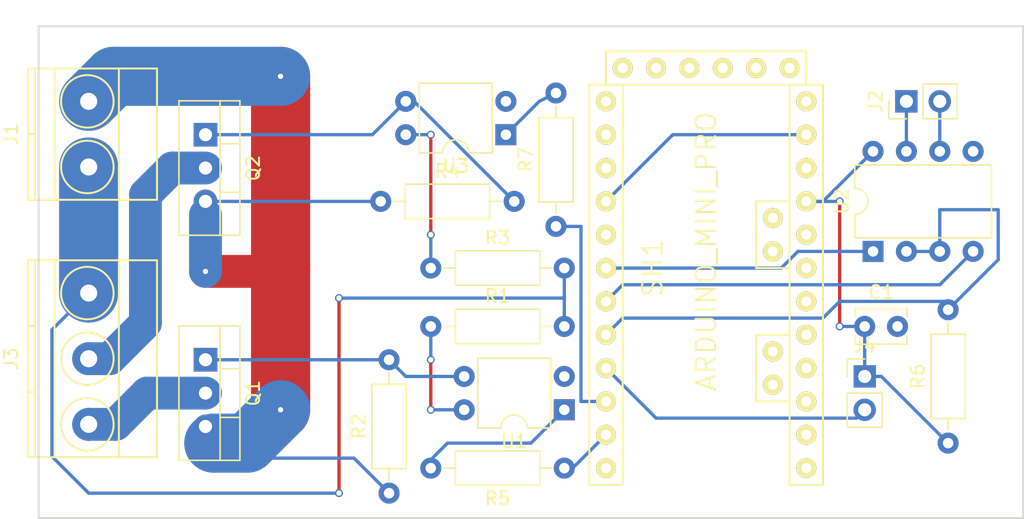
<source format=kicad_pcb>
(kicad_pcb (version 4) (host pcbnew 4.0.7)

  (general
    (links 36)
    (no_connects 4)
    (area 69.774999 85.649999 144.855001 123.265001)
    (thickness 1.6)
    (drawings 4)
    (tracks 100)
    (zones 0)
    (modules 18)
    (nets 46)
  )

  (page A4)
  (layers
    (0 F.Cu signal)
    (31 B.Cu signal)
    (32 B.Adhes user)
    (33 F.Adhes user)
    (34 B.Paste user)
    (35 F.Paste user)
    (36 B.SilkS user)
    (37 F.SilkS user)
    (38 B.Mask user)
    (39 F.Mask user)
    (40 Dwgs.User user)
    (41 Cmts.User user)
    (42 Eco1.User user)
    (43 Eco2.User user)
    (44 Edge.Cuts user)
    (45 Margin user)
    (46 B.CrtYd user)
    (47 F.CrtYd user)
    (48 B.Fab user)
    (49 F.Fab user)
  )

  (setup
    (last_trace_width 2.5)
    (user_trace_width 0.25)
    (user_trace_width 2.5)
    (user_trace_width 4.5)
    (trace_clearance 0.2)
    (zone_clearance 0.508)
    (zone_45_only no)
    (trace_min 0.2)
    (segment_width 0.2)
    (edge_width 0.15)
    (via_size 0.6)
    (via_drill 0.4)
    (via_min_size 0.4)
    (via_min_drill 0.3)
    (uvia_size 0.3)
    (uvia_drill 0.1)
    (uvias_allowed no)
    (uvia_min_size 0.2)
    (uvia_min_drill 0.1)
    (pcb_text_width 0.3)
    (pcb_text_size 1.5 1.5)
    (mod_edge_width 0.15)
    (mod_text_size 1 1)
    (mod_text_width 0.15)
    (pad_size 1.524 1.524)
    (pad_drill 0.762)
    (pad_to_mask_clearance 0.2)
    (aux_axis_origin 0 0)
    (visible_elements 7FFFFFFF)
    (pcbplotparams
      (layerselection 0x00030_80000001)
      (usegerberextensions false)
      (excludeedgelayer true)
      (linewidth 0.100000)
      (plotframeref false)
      (viasonmask false)
      (mode 1)
      (useauxorigin false)
      (hpglpennumber 1)
      (hpglpenspeed 20)
      (hpglpendiameter 15)
      (hpglpenoverlay 2)
      (psnegative false)
      (psa4output false)
      (plotreference true)
      (plotvalue true)
      (plotinvisibletext false)
      (padsonsilk false)
      (subtractmaskfromsilk false)
      (outputformat 1)
      (mirror false)
      (drillshape 1)
      (scaleselection 1)
      (outputdirectory ""))
  )

  (net 0 "")
  (net 1 +5V)
  (net 2 GND)
  (net 3 /GND12)
  (net 4 +12L)
  (net 5 "Net-(J2-Pad1)")
  (net 6 "Net-(J2-Pad2)")
  (net 7 /Load2)
  (net 8 /Load1)
  (net 9 /RELAY_CTRL)
  (net 10 "Net-(Q1-Pad1)")
  (net 11 "Net-(Q2-Pad1)")
  (net 12 "Net-(R1-Pad1)")
  (net 13 "Net-(R3-Pad1)")
  (net 14 "Net-(R5-Pad1)")
  (net 15 "Net-(R5-Pad2)")
  (net 16 "Net-(R6-Pad2)")
  (net 17 "Net-(R7-Pad1)")
  (net 18 "Net-(R7-Pad2)")
  (net 19 "Net-(SH1-PadGRN)")
  (net 20 "Net-(SH1-PadTX/1)")
  (net 21 "Net-(SH1-PadRX/1)")
  (net 22 "Net-(SH1-PadVCC1)")
  (net 23 "Net-(SH1-PadGND1)")
  (net 24 "Net-(SH1-PadBLK)")
  (net 25 "Net-(SH1-PadTX/2)")
  (net 26 "Net-(SH1-PadRX/2)")
  (net 27 "Net-(SH1-PadRST1)")
  (net 28 "Net-(SH1-Pad2)")
  (net 29 "Net-(SH1-Pad3)")
  (net 30 "Net-(SH1-Pad4)")
  (net 31 "Net-(SH1-Pad9)")
  (net 32 "Net-(SH1-PadRAW)")
  (net 33 "Net-(SH1-PadRST2)")
  (net 34 "Net-(SH1-PadA0)")
  (net 35 "Net-(SH1-PadA1)")
  (net 36 "Net-(SH1-PadA2)")
  (net 37 "Net-(SH1-PadA3)")
  (net 38 "Net-(SH1-Pad10)")
  (net 39 "Net-(SH1-Pad11)")
  (net 40 "Net-(SH1-Pad12)")
  (net 41 "Net-(SH1-Pad13)")
  (net 42 "Net-(SH1-PadA5)")
  (net 43 "Net-(SH1-PadA4)")
  (net 44 "Net-(SH1-PadA7)")
  (net 45 "Net-(SH1-PadA6)")

  (net_class Default "This is the default net class."
    (clearance 0.2)
    (trace_width 0.25)
    (via_dia 0.6)
    (via_drill 0.4)
    (uvia_dia 0.3)
    (uvia_drill 0.1)
    (add_net +12L)
    (add_net +5V)
    (add_net /GND12)
    (add_net /Load1)
    (add_net /Load2)
    (add_net /RELAY_CTRL)
    (add_net GND)
    (add_net "Net-(J2-Pad1)")
    (add_net "Net-(J2-Pad2)")
    (add_net "Net-(Q1-Pad1)")
    (add_net "Net-(Q2-Pad1)")
    (add_net "Net-(R1-Pad1)")
    (add_net "Net-(R3-Pad1)")
    (add_net "Net-(R5-Pad1)")
    (add_net "Net-(R5-Pad2)")
    (add_net "Net-(R6-Pad2)")
    (add_net "Net-(R7-Pad1)")
    (add_net "Net-(R7-Pad2)")
    (add_net "Net-(SH1-Pad10)")
    (add_net "Net-(SH1-Pad11)")
    (add_net "Net-(SH1-Pad12)")
    (add_net "Net-(SH1-Pad13)")
    (add_net "Net-(SH1-Pad2)")
    (add_net "Net-(SH1-Pad3)")
    (add_net "Net-(SH1-Pad4)")
    (add_net "Net-(SH1-Pad9)")
    (add_net "Net-(SH1-PadA0)")
    (add_net "Net-(SH1-PadA1)")
    (add_net "Net-(SH1-PadA2)")
    (add_net "Net-(SH1-PadA3)")
    (add_net "Net-(SH1-PadA4)")
    (add_net "Net-(SH1-PadA5)")
    (add_net "Net-(SH1-PadA6)")
    (add_net "Net-(SH1-PadA7)")
    (add_net "Net-(SH1-PadBLK)")
    (add_net "Net-(SH1-PadGND1)")
    (add_net "Net-(SH1-PadGRN)")
    (add_net "Net-(SH1-PadRAW)")
    (add_net "Net-(SH1-PadRST1)")
    (add_net "Net-(SH1-PadRST2)")
    (add_net "Net-(SH1-PadRX/1)")
    (add_net "Net-(SH1-PadRX/2)")
    (add_net "Net-(SH1-PadTX/1)")
    (add_net "Net-(SH1-PadTX/2)")
    (add_net "Net-(SH1-PadVCC1)")
  )

  (net_class power ""
    (clearance 0.2)
    (trace_width 3)
    (via_dia 0.6)
    (via_drill 0.4)
    (uvia_dia 0.3)
    (uvia_drill 0.1)
  )

  (module Capacitors_THT:C_Disc_D3.8mm_W2.6mm_P2.50mm (layer F.Cu) (tedit 597BC7C2) (tstamp 59AC269A)
    (at 132.715 108.585)
    (descr "C, Disc series, Radial, pin pitch=2.50mm, , diameter*width=3.8*2.6mm^2, Capacitor, http://www.vishay.com/docs/45233/krseries.pdf")
    (tags "C Disc series Radial pin pitch 2.50mm  diameter 3.8mm width 2.6mm Capacitor")
    (path /59AC15DC)
    (fp_text reference C1 (at 1.25 -2.61) (layer F.SilkS)
      (effects (font (size 1 1) (thickness 0.15)))
    )
    (fp_text value 0.1uF (at 1.25 2.61) (layer F.Fab)
      (effects (font (size 1 1) (thickness 0.15)))
    )
    (fp_line (start -0.65 -1.3) (end -0.65 1.3) (layer F.Fab) (width 0.1))
    (fp_line (start -0.65 1.3) (end 3.15 1.3) (layer F.Fab) (width 0.1))
    (fp_line (start 3.15 1.3) (end 3.15 -1.3) (layer F.Fab) (width 0.1))
    (fp_line (start 3.15 -1.3) (end -0.65 -1.3) (layer F.Fab) (width 0.1))
    (fp_line (start -0.71 -1.36) (end 3.21 -1.36) (layer F.SilkS) (width 0.12))
    (fp_line (start -0.71 1.36) (end 3.21 1.36) (layer F.SilkS) (width 0.12))
    (fp_line (start -0.71 -1.36) (end -0.71 -0.75) (layer F.SilkS) (width 0.12))
    (fp_line (start -0.71 0.75) (end -0.71 1.36) (layer F.SilkS) (width 0.12))
    (fp_line (start 3.21 -1.36) (end 3.21 -0.75) (layer F.SilkS) (width 0.12))
    (fp_line (start 3.21 0.75) (end 3.21 1.36) (layer F.SilkS) (width 0.12))
    (fp_line (start -1.05 -1.65) (end -1.05 1.65) (layer F.CrtYd) (width 0.05))
    (fp_line (start -1.05 1.65) (end 3.55 1.65) (layer F.CrtYd) (width 0.05))
    (fp_line (start 3.55 1.65) (end 3.55 -1.65) (layer F.CrtYd) (width 0.05))
    (fp_line (start 3.55 -1.65) (end -1.05 -1.65) (layer F.CrtYd) (width 0.05))
    (fp_text user %R (at 1.25 0) (layer F.Fab)
      (effects (font (size 1 1) (thickness 0.15)))
    )
    (pad 1 thru_hole circle (at 0 0) (size 1.6 1.6) (drill 0.8) (layers *.Cu *.Mask)
      (net 1 +5V))
    (pad 2 thru_hole circle (at 2.5 0) (size 1.6 1.6) (drill 0.8) (layers *.Cu *.Mask)
      (net 2 GND))
    (model ${KISYS3DMOD}/Capacitors_THT.3dshapes/C_Disc_D3.8mm_W2.6mm_P2.50mm.wrl
      (at (xyz 0 0 0))
      (scale (xyz 1 1 1))
      (rotate (xyz 0 0 0))
    )
  )

  (module Connectors_Terminal_Blocks:TerminalBlock_Pheonix_MKDS1.5-2pol locked (layer F.Cu) (tedit 563007E4) (tstamp 59AC26A0)
    (at 73.66 91.44 270)
    (descr "2-way 5mm pitch terminal block, Phoenix MKDS series")
    (path /59AC0541)
    (fp_text reference J1 (at 2.5 5.9 270) (layer F.SilkS)
      (effects (font (size 1 1) (thickness 0.15)))
    )
    (fp_text value Screw_Terminal_01x02 (at 2.5 -6.6 270) (layer F.Fab)
      (effects (font (size 1 1) (thickness 0.15)))
    )
    (fp_line (start -2.7 -5.4) (end 7.7 -5.4) (layer F.CrtYd) (width 0.05))
    (fp_line (start -2.7 4.8) (end -2.7 -5.4) (layer F.CrtYd) (width 0.05))
    (fp_line (start 7.7 4.8) (end -2.7 4.8) (layer F.CrtYd) (width 0.05))
    (fp_line (start 7.7 -5.4) (end 7.7 4.8) (layer F.CrtYd) (width 0.05))
    (fp_line (start 2.5 4.1) (end 2.5 4.6) (layer F.SilkS) (width 0.15))
    (fp_circle (center 5 0.1) (end 3 0.1) (layer F.SilkS) (width 0.15))
    (fp_circle (center 0 0.1) (end 2 0.1) (layer F.SilkS) (width 0.15))
    (fp_line (start -2.5 2.6) (end 7.5 2.6) (layer F.SilkS) (width 0.15))
    (fp_line (start -2.5 -2.3) (end 7.5 -2.3) (layer F.SilkS) (width 0.15))
    (fp_line (start -2.5 4.1) (end 7.5 4.1) (layer F.SilkS) (width 0.15))
    (fp_line (start -2.5 4.6) (end 7.5 4.6) (layer F.SilkS) (width 0.15))
    (fp_line (start 7.5 4.6) (end 7.5 -5.2) (layer F.SilkS) (width 0.15))
    (fp_line (start 7.5 -5.2) (end -2.5 -5.2) (layer F.SilkS) (width 0.15))
    (fp_line (start -2.5 -5.2) (end -2.5 4.6) (layer F.SilkS) (width 0.15))
    (pad 1 thru_hole rect (at 0 0 270) (size 2.5 2.5) (drill 1.3) (layers *.Cu *.Mask)
      (net 3 /GND12))
    (pad 2 thru_hole circle (at 5 0 270) (size 2.5 2.5) (drill 1.3) (layers *.Cu *.Mask)
      (net 4 +12L))
    (model Terminal_Blocks.3dshapes/TerminalBlock_Pheonix_MKDS1.5-2pol.wrl
      (at (xyz 0.0984 0 0))
      (scale (xyz 1 1 1))
      (rotate (xyz 0 0 0))
    )
  )

  (module Socket_Strips:Socket_Strip_Straight_1x02_Pitch2.54mm (layer F.Cu) (tedit 58CD5446) (tstamp 59AC26A6)
    (at 135.89 91.44 90)
    (descr "Through hole straight socket strip, 1x02, 2.54mm pitch, single row")
    (tags "Through hole socket strip THT 1x02 2.54mm single row")
    (path /59AC29FB)
    (fp_text reference J2 (at 0 -2.33 90) (layer F.SilkS)
      (effects (font (size 1 1) (thickness 0.15)))
    )
    (fp_text value Conn_01x02_Female (at 0 4.87 90) (layer F.Fab)
      (effects (font (size 1 1) (thickness 0.15)))
    )
    (fp_line (start -1.27 -1.27) (end -1.27 3.81) (layer F.Fab) (width 0.1))
    (fp_line (start -1.27 3.81) (end 1.27 3.81) (layer F.Fab) (width 0.1))
    (fp_line (start 1.27 3.81) (end 1.27 -1.27) (layer F.Fab) (width 0.1))
    (fp_line (start 1.27 -1.27) (end -1.27 -1.27) (layer F.Fab) (width 0.1))
    (fp_line (start -1.33 1.27) (end -1.33 3.87) (layer F.SilkS) (width 0.12))
    (fp_line (start -1.33 3.87) (end 1.33 3.87) (layer F.SilkS) (width 0.12))
    (fp_line (start 1.33 3.87) (end 1.33 1.27) (layer F.SilkS) (width 0.12))
    (fp_line (start 1.33 1.27) (end -1.33 1.27) (layer F.SilkS) (width 0.12))
    (fp_line (start -1.33 0) (end -1.33 -1.33) (layer F.SilkS) (width 0.12))
    (fp_line (start -1.33 -1.33) (end 0 -1.33) (layer F.SilkS) (width 0.12))
    (fp_line (start -1.8 -1.8) (end -1.8 4.35) (layer F.CrtYd) (width 0.05))
    (fp_line (start -1.8 4.35) (end 1.8 4.35) (layer F.CrtYd) (width 0.05))
    (fp_line (start 1.8 4.35) (end 1.8 -1.8) (layer F.CrtYd) (width 0.05))
    (fp_line (start 1.8 -1.8) (end -1.8 -1.8) (layer F.CrtYd) (width 0.05))
    (fp_text user %R (at 0 -2.33 90) (layer F.Fab)
      (effects (font (size 1 1) (thickness 0.15)))
    )
    (pad 1 thru_hole rect (at 0 0 90) (size 1.7 1.7) (drill 1) (layers *.Cu *.Mask)
      (net 5 "Net-(J2-Pad1)"))
    (pad 2 thru_hole oval (at 0 2.54 90) (size 1.7 1.7) (drill 1) (layers *.Cu *.Mask)
      (net 6 "Net-(J2-Pad2)"))
    (model ${KISYS3DMOD}/Socket_Strips.3dshapes/Socket_Strip_Straight_1x02_Pitch2.54mm.wrl
      (at (xyz 0 -0.05 0))
      (scale (xyz 1 1 1))
      (rotate (xyz 0 0 270))
    )
  )

  (module Connectors_Terminal_Blocks:TerminalBlock_Pheonix_MKDS1.5-3pol (layer F.Cu) (tedit 5630081E) (tstamp 59AC26AD)
    (at 73.66 106.045 270)
    (descr "3-way 5mm pitch terminal block, Phoenix MKDS series")
    (path /59AC05DF)
    (fp_text reference J3 (at 5 5.9 270) (layer F.SilkS)
      (effects (font (size 1 1) (thickness 0.15)))
    )
    (fp_text value Screw_Terminal_01x03 (at 5 -6.6 270) (layer F.Fab)
      (effects (font (size 1 1) (thickness 0.15)))
    )
    (fp_line (start -2.7 4.8) (end -2.7 -5.4) (layer F.CrtYd) (width 0.05))
    (fp_line (start 12.7 4.8) (end -2.7 4.8) (layer F.CrtYd) (width 0.05))
    (fp_line (start 12.7 -5.4) (end 12.7 4.8) (layer F.CrtYd) (width 0.05))
    (fp_line (start -2.7 -5.4) (end 12.7 -5.4) (layer F.CrtYd) (width 0.05))
    (fp_circle (center 10 0.1) (end 8 0.1) (layer F.SilkS) (width 0.15))
    (fp_line (start 7.5 4.1) (end 7.5 4.6) (layer F.SilkS) (width 0.15))
    (fp_line (start 2.5 4.1) (end 2.5 4.6) (layer F.SilkS) (width 0.15))
    (fp_circle (center 5 0.1) (end 3 0.1) (layer F.SilkS) (width 0.15))
    (fp_circle (center 0 0.1) (end 2 0.1) (layer F.SilkS) (width 0.15))
    (fp_line (start -2.5 2.6) (end 12.5 2.6) (layer F.SilkS) (width 0.15))
    (fp_line (start -2.5 -2.3) (end 12.5 -2.3) (layer F.SilkS) (width 0.15))
    (fp_line (start -2.5 4.1) (end 12.5 4.1) (layer F.SilkS) (width 0.15))
    (fp_line (start -2.5 4.6) (end 12.5 4.6) (layer F.SilkS) (width 0.15))
    (fp_line (start 12.5 4.6) (end 12.5 -5.2) (layer F.SilkS) (width 0.15))
    (fp_line (start 12.5 -5.2) (end -2.5 -5.2) (layer F.SilkS) (width 0.15))
    (fp_line (start -2.5 -5.2) (end -2.5 4.6) (layer F.SilkS) (width 0.15))
    (pad 3 thru_hole circle (at 10 0 270) (size 2.5 2.5) (drill 1.3) (layers *.Cu *.Mask)
      (net 7 /Load2))
    (pad 1 thru_hole rect (at 0 0 270) (size 2.5 2.5) (drill 1.3) (layers *.Cu *.Mask)
      (net 4 +12L))
    (pad 2 thru_hole circle (at 5 0 270) (size 2.5 2.5) (drill 1.3) (layers *.Cu *.Mask)
      (net 8 /Load1))
    (model Terminal_Blocks.3dshapes/TerminalBlock_Pheonix_MKDS1.5-3pol.wrl
      (at (xyz 0.1968 0 0))
      (scale (xyz 1 1 1))
      (rotate (xyz 0 0 0))
    )
  )

  (module Pin_Headers:Pin_Header_Straight_1x02_Pitch2.54mm (layer F.Cu) (tedit 59650532) (tstamp 59AC26B3)
    (at 132.715 112.395)
    (descr "Through hole straight pin header, 1x02, 2.54mm pitch, single row")
    (tags "Through hole pin header THT 1x02 2.54mm single row")
    (path /59AC75B0)
    (fp_text reference J4 (at 0 -2.33) (layer F.SilkS)
      (effects (font (size 1 1) (thickness 0.15)))
    )
    (fp_text value Conn_01x02_Male (at 0 4.87) (layer F.Fab)
      (effects (font (size 1 1) (thickness 0.15)))
    )
    (fp_line (start -0.635 -1.27) (end 1.27 -1.27) (layer F.Fab) (width 0.1))
    (fp_line (start 1.27 -1.27) (end 1.27 3.81) (layer F.Fab) (width 0.1))
    (fp_line (start 1.27 3.81) (end -1.27 3.81) (layer F.Fab) (width 0.1))
    (fp_line (start -1.27 3.81) (end -1.27 -0.635) (layer F.Fab) (width 0.1))
    (fp_line (start -1.27 -0.635) (end -0.635 -1.27) (layer F.Fab) (width 0.1))
    (fp_line (start -1.33 3.87) (end 1.33 3.87) (layer F.SilkS) (width 0.12))
    (fp_line (start -1.33 1.27) (end -1.33 3.87) (layer F.SilkS) (width 0.12))
    (fp_line (start 1.33 1.27) (end 1.33 3.87) (layer F.SilkS) (width 0.12))
    (fp_line (start -1.33 1.27) (end 1.33 1.27) (layer F.SilkS) (width 0.12))
    (fp_line (start -1.33 0) (end -1.33 -1.33) (layer F.SilkS) (width 0.12))
    (fp_line (start -1.33 -1.33) (end 0 -1.33) (layer F.SilkS) (width 0.12))
    (fp_line (start -1.8 -1.8) (end -1.8 4.35) (layer F.CrtYd) (width 0.05))
    (fp_line (start -1.8 4.35) (end 1.8 4.35) (layer F.CrtYd) (width 0.05))
    (fp_line (start 1.8 4.35) (end 1.8 -1.8) (layer F.CrtYd) (width 0.05))
    (fp_line (start 1.8 -1.8) (end -1.8 -1.8) (layer F.CrtYd) (width 0.05))
    (fp_text user %R (at 0 1.27 90) (layer F.Fab)
      (effects (font (size 1 1) (thickness 0.15)))
    )
    (pad 1 thru_hole rect (at 0 0) (size 1.7 1.7) (drill 1) (layers *.Cu *.Mask)
      (net 1 +5V))
    (pad 2 thru_hole oval (at 0 2.54) (size 1.7 1.7) (drill 1) (layers *.Cu *.Mask)
      (net 9 /RELAY_CTRL))
    (model ${KISYS3DMOD}/Pin_Headers.3dshapes/Pin_Header_Straight_1x02_Pitch2.54mm.wrl
      (at (xyz 0 0 0))
      (scale (xyz 1 1 1))
      (rotate (xyz 0 0 0))
    )
  )

  (module TO_SOT_Packages_THT:TO-220_Vertical (layer F.Cu) (tedit 58CE52AD) (tstamp 59AC26BA)
    (at 82.55 111.125 270)
    (descr "TO-220, Vertical, RM 2.54mm")
    (tags "TO-220 Vertical RM 2.54mm")
    (path /59AC11B3)
    (fp_text reference Q1 (at 2.54 -3.62 270) (layer F.SilkS)
      (effects (font (size 1 1) (thickness 0.15)))
    )
    (fp_text value FQP30N06L (at 2.54 3.92 270) (layer F.Fab)
      (effects (font (size 1 1) (thickness 0.15)))
    )
    (fp_text user %R (at 2.54 -3.62 270) (layer F.Fab)
      (effects (font (size 1 1) (thickness 0.15)))
    )
    (fp_line (start -2.46 -2.5) (end -2.46 1.9) (layer F.Fab) (width 0.1))
    (fp_line (start -2.46 1.9) (end 7.54 1.9) (layer F.Fab) (width 0.1))
    (fp_line (start 7.54 1.9) (end 7.54 -2.5) (layer F.Fab) (width 0.1))
    (fp_line (start 7.54 -2.5) (end -2.46 -2.5) (layer F.Fab) (width 0.1))
    (fp_line (start -2.46 -1.23) (end 7.54 -1.23) (layer F.Fab) (width 0.1))
    (fp_line (start 0.69 -2.5) (end 0.69 -1.23) (layer F.Fab) (width 0.1))
    (fp_line (start 4.39 -2.5) (end 4.39 -1.23) (layer F.Fab) (width 0.1))
    (fp_line (start -2.58 -2.62) (end 7.66 -2.62) (layer F.SilkS) (width 0.12))
    (fp_line (start -2.58 2.021) (end 7.66 2.021) (layer F.SilkS) (width 0.12))
    (fp_line (start -2.58 -2.62) (end -2.58 2.021) (layer F.SilkS) (width 0.12))
    (fp_line (start 7.66 -2.62) (end 7.66 2.021) (layer F.SilkS) (width 0.12))
    (fp_line (start -2.58 -1.11) (end 7.66 -1.11) (layer F.SilkS) (width 0.12))
    (fp_line (start 0.69 -2.62) (end 0.69 -1.11) (layer F.SilkS) (width 0.12))
    (fp_line (start 4.391 -2.62) (end 4.391 -1.11) (layer F.SilkS) (width 0.12))
    (fp_line (start -2.71 -2.75) (end -2.71 2.16) (layer F.CrtYd) (width 0.05))
    (fp_line (start -2.71 2.16) (end 7.79 2.16) (layer F.CrtYd) (width 0.05))
    (fp_line (start 7.79 2.16) (end 7.79 -2.75) (layer F.CrtYd) (width 0.05))
    (fp_line (start 7.79 -2.75) (end -2.71 -2.75) (layer F.CrtYd) (width 0.05))
    (pad 1 thru_hole rect (at 0 0 270) (size 1.8 1.8) (drill 1) (layers *.Cu *.Mask)
      (net 10 "Net-(Q1-Pad1)"))
    (pad 2 thru_hole oval (at 2.54 0 270) (size 1.8 1.8) (drill 1) (layers *.Cu *.Mask)
      (net 7 /Load2))
    (pad 3 thru_hole oval (at 5.08 0 270) (size 1.8 1.8) (drill 1) (layers *.Cu *.Mask)
      (net 3 /GND12))
    (model ${KISYS3DMOD}/TO_SOT_Packages_THT.3dshapes/TO-220_Vertical.wrl
      (at (xyz 0.1 0 0))
      (scale (xyz 0.393701 0.393701 0.393701))
      (rotate (xyz 0 0 0))
    )
  )

  (module TO_SOT_Packages_THT:TO-220_Vertical (layer F.Cu) (tedit 58CE52AD) (tstamp 59AC26C1)
    (at 82.55 93.98 270)
    (descr "TO-220, Vertical, RM 2.54mm")
    (tags "TO-220 Vertical RM 2.54mm")
    (path /59ABD06E)
    (fp_text reference Q2 (at 2.54 -3.62 270) (layer F.SilkS)
      (effects (font (size 1 1) (thickness 0.15)))
    )
    (fp_text value FQP30N06L (at 2.54 3.92 270) (layer F.Fab)
      (effects (font (size 1 1) (thickness 0.15)))
    )
    (fp_text user %R (at 2.54 -3.62 270) (layer F.Fab)
      (effects (font (size 1 1) (thickness 0.15)))
    )
    (fp_line (start -2.46 -2.5) (end -2.46 1.9) (layer F.Fab) (width 0.1))
    (fp_line (start -2.46 1.9) (end 7.54 1.9) (layer F.Fab) (width 0.1))
    (fp_line (start 7.54 1.9) (end 7.54 -2.5) (layer F.Fab) (width 0.1))
    (fp_line (start 7.54 -2.5) (end -2.46 -2.5) (layer F.Fab) (width 0.1))
    (fp_line (start -2.46 -1.23) (end 7.54 -1.23) (layer F.Fab) (width 0.1))
    (fp_line (start 0.69 -2.5) (end 0.69 -1.23) (layer F.Fab) (width 0.1))
    (fp_line (start 4.39 -2.5) (end 4.39 -1.23) (layer F.Fab) (width 0.1))
    (fp_line (start -2.58 -2.62) (end 7.66 -2.62) (layer F.SilkS) (width 0.12))
    (fp_line (start -2.58 2.021) (end 7.66 2.021) (layer F.SilkS) (width 0.12))
    (fp_line (start -2.58 -2.62) (end -2.58 2.021) (layer F.SilkS) (width 0.12))
    (fp_line (start 7.66 -2.62) (end 7.66 2.021) (layer F.SilkS) (width 0.12))
    (fp_line (start -2.58 -1.11) (end 7.66 -1.11) (layer F.SilkS) (width 0.12))
    (fp_line (start 0.69 -2.62) (end 0.69 -1.11) (layer F.SilkS) (width 0.12))
    (fp_line (start 4.391 -2.62) (end 4.391 -1.11) (layer F.SilkS) (width 0.12))
    (fp_line (start -2.71 -2.75) (end -2.71 2.16) (layer F.CrtYd) (width 0.05))
    (fp_line (start -2.71 2.16) (end 7.79 2.16) (layer F.CrtYd) (width 0.05))
    (fp_line (start 7.79 2.16) (end 7.79 -2.75) (layer F.CrtYd) (width 0.05))
    (fp_line (start 7.79 -2.75) (end -2.71 -2.75) (layer F.CrtYd) (width 0.05))
    (pad 1 thru_hole rect (at 0 0 270) (size 1.8 1.8) (drill 1) (layers *.Cu *.Mask)
      (net 11 "Net-(Q2-Pad1)"))
    (pad 2 thru_hole oval (at 2.54 0 270) (size 1.8 1.8) (drill 1) (layers *.Cu *.Mask)
      (net 8 /Load1))
    (pad 3 thru_hole oval (at 5.08 0 270) (size 1.8 1.8) (drill 1) (layers *.Cu *.Mask)
      (net 3 /GND12))
    (model ${KISYS3DMOD}/TO_SOT_Packages_THT.3dshapes/TO-220_Vertical.wrl
      (at (xyz 0.1 0 0))
      (scale (xyz 0.393701 0.393701 0.393701))
      (rotate (xyz 0 0 0))
    )
  )

  (module Resistors_THT:R_Axial_DIN0207_L6.3mm_D2.5mm_P10.16mm_Horizontal (layer F.Cu) (tedit 5874F706) (tstamp 59AC26C7)
    (at 99.695 108.585)
    (descr "Resistor, Axial_DIN0207 series, Axial, Horizontal, pin pitch=10.16mm, 0.25W = 1/4W, length*diameter=6.3*2.5mm^2, http://cdn-reichelt.de/documents/datenblatt/B400/1_4W%23YAG.pdf")
    (tags "Resistor Axial_DIN0207 series Axial Horizontal pin pitch 10.16mm 0.25W = 1/4W length 6.3mm diameter 2.5mm")
    (path /59AC11A0)
    (fp_text reference R1 (at 5.08 -2.31) (layer F.SilkS)
      (effects (font (size 1 1) (thickness 0.15)))
    )
    (fp_text value 1.6k (at 5.08 2.31) (layer F.Fab)
      (effects (font (size 1 1) (thickness 0.15)))
    )
    (fp_line (start 1.93 -1.25) (end 1.93 1.25) (layer F.Fab) (width 0.1))
    (fp_line (start 1.93 1.25) (end 8.23 1.25) (layer F.Fab) (width 0.1))
    (fp_line (start 8.23 1.25) (end 8.23 -1.25) (layer F.Fab) (width 0.1))
    (fp_line (start 8.23 -1.25) (end 1.93 -1.25) (layer F.Fab) (width 0.1))
    (fp_line (start 0 0) (end 1.93 0) (layer F.Fab) (width 0.1))
    (fp_line (start 10.16 0) (end 8.23 0) (layer F.Fab) (width 0.1))
    (fp_line (start 1.87 -1.31) (end 1.87 1.31) (layer F.SilkS) (width 0.12))
    (fp_line (start 1.87 1.31) (end 8.29 1.31) (layer F.SilkS) (width 0.12))
    (fp_line (start 8.29 1.31) (end 8.29 -1.31) (layer F.SilkS) (width 0.12))
    (fp_line (start 8.29 -1.31) (end 1.87 -1.31) (layer F.SilkS) (width 0.12))
    (fp_line (start 0.98 0) (end 1.87 0) (layer F.SilkS) (width 0.12))
    (fp_line (start 9.18 0) (end 8.29 0) (layer F.SilkS) (width 0.12))
    (fp_line (start -1.05 -1.6) (end -1.05 1.6) (layer F.CrtYd) (width 0.05))
    (fp_line (start -1.05 1.6) (end 11.25 1.6) (layer F.CrtYd) (width 0.05))
    (fp_line (start 11.25 1.6) (end 11.25 -1.6) (layer F.CrtYd) (width 0.05))
    (fp_line (start 11.25 -1.6) (end -1.05 -1.6) (layer F.CrtYd) (width 0.05))
    (pad 1 thru_hole circle (at 0 0) (size 1.6 1.6) (drill 0.8) (layers *.Cu *.Mask)
      (net 12 "Net-(R1-Pad1)"))
    (pad 2 thru_hole oval (at 10.16 0) (size 1.6 1.6) (drill 0.8) (layers *.Cu *.Mask)
      (net 4 +12L))
    (model ${KISYS3DMOD}/Resistors_THT.3dshapes/R_Axial_DIN0207_L6.3mm_D2.5mm_P10.16mm_Horizontal.wrl
      (at (xyz 0 0 0))
      (scale (xyz 0.393701 0.393701 0.393701))
      (rotate (xyz 0 0 0))
    )
  )

  (module Resistors_THT:R_Axial_DIN0207_L6.3mm_D2.5mm_P10.16mm_Horizontal (layer F.Cu) (tedit 5874F706) (tstamp 59AC26CD)
    (at 96.52 121.285 90)
    (descr "Resistor, Axial_DIN0207 series, Axial, Horizontal, pin pitch=10.16mm, 0.25W = 1/4W, length*diameter=6.3*2.5mm^2, http://cdn-reichelt.de/documents/datenblatt/B400/1_4W%23YAG.pdf")
    (tags "Resistor Axial_DIN0207 series Axial Horizontal pin pitch 10.16mm 0.25W = 1/4W length 6.3mm diameter 2.5mm")
    (path /59AC11BD)
    (fp_text reference R2 (at 5.08 -2.31 90) (layer F.SilkS)
      (effects (font (size 1 1) (thickness 0.15)))
    )
    (fp_text value 1k (at 5.08 2.31 90) (layer F.Fab)
      (effects (font (size 1 1) (thickness 0.15)))
    )
    (fp_line (start 1.93 -1.25) (end 1.93 1.25) (layer F.Fab) (width 0.1))
    (fp_line (start 1.93 1.25) (end 8.23 1.25) (layer F.Fab) (width 0.1))
    (fp_line (start 8.23 1.25) (end 8.23 -1.25) (layer F.Fab) (width 0.1))
    (fp_line (start 8.23 -1.25) (end 1.93 -1.25) (layer F.Fab) (width 0.1))
    (fp_line (start 0 0) (end 1.93 0) (layer F.Fab) (width 0.1))
    (fp_line (start 10.16 0) (end 8.23 0) (layer F.Fab) (width 0.1))
    (fp_line (start 1.87 -1.31) (end 1.87 1.31) (layer F.SilkS) (width 0.12))
    (fp_line (start 1.87 1.31) (end 8.29 1.31) (layer F.SilkS) (width 0.12))
    (fp_line (start 8.29 1.31) (end 8.29 -1.31) (layer F.SilkS) (width 0.12))
    (fp_line (start 8.29 -1.31) (end 1.87 -1.31) (layer F.SilkS) (width 0.12))
    (fp_line (start 0.98 0) (end 1.87 0) (layer F.SilkS) (width 0.12))
    (fp_line (start 9.18 0) (end 8.29 0) (layer F.SilkS) (width 0.12))
    (fp_line (start -1.05 -1.6) (end -1.05 1.6) (layer F.CrtYd) (width 0.05))
    (fp_line (start -1.05 1.6) (end 11.25 1.6) (layer F.CrtYd) (width 0.05))
    (fp_line (start 11.25 1.6) (end 11.25 -1.6) (layer F.CrtYd) (width 0.05))
    (fp_line (start 11.25 -1.6) (end -1.05 -1.6) (layer F.CrtYd) (width 0.05))
    (pad 1 thru_hole circle (at 0 0 90) (size 1.6 1.6) (drill 0.8) (layers *.Cu *.Mask)
      (net 3 /GND12))
    (pad 2 thru_hole oval (at 10.16 0 90) (size 1.6 1.6) (drill 0.8) (layers *.Cu *.Mask)
      (net 10 "Net-(Q1-Pad1)"))
    (model ${KISYS3DMOD}/Resistors_THT.3dshapes/R_Axial_DIN0207_L6.3mm_D2.5mm_P10.16mm_Horizontal.wrl
      (at (xyz 0 0 0))
      (scale (xyz 0.393701 0.393701 0.393701))
      (rotate (xyz 0 0 0))
    )
  )

  (module Resistors_THT:R_Axial_DIN0207_L6.3mm_D2.5mm_P10.16mm_Horizontal (layer F.Cu) (tedit 5874F706) (tstamp 59AC26D3)
    (at 99.695 104.14)
    (descr "Resistor, Axial_DIN0207 series, Axial, Horizontal, pin pitch=10.16mm, 0.25W = 1/4W, length*diameter=6.3*2.5mm^2, http://cdn-reichelt.de/documents/datenblatt/B400/1_4W%23YAG.pdf")
    (tags "Resistor Axial_DIN0207 series Axial Horizontal pin pitch 10.16mm 0.25W = 1/4W length 6.3mm diameter 2.5mm")
    (path /59ABCF95)
    (fp_text reference R3 (at 5.08 -2.31) (layer F.SilkS)
      (effects (font (size 1 1) (thickness 0.15)))
    )
    (fp_text value 1.6k (at 5.08 2.31) (layer F.Fab)
      (effects (font (size 1 1) (thickness 0.15)))
    )
    (fp_line (start 1.93 -1.25) (end 1.93 1.25) (layer F.Fab) (width 0.1))
    (fp_line (start 1.93 1.25) (end 8.23 1.25) (layer F.Fab) (width 0.1))
    (fp_line (start 8.23 1.25) (end 8.23 -1.25) (layer F.Fab) (width 0.1))
    (fp_line (start 8.23 -1.25) (end 1.93 -1.25) (layer F.Fab) (width 0.1))
    (fp_line (start 0 0) (end 1.93 0) (layer F.Fab) (width 0.1))
    (fp_line (start 10.16 0) (end 8.23 0) (layer F.Fab) (width 0.1))
    (fp_line (start 1.87 -1.31) (end 1.87 1.31) (layer F.SilkS) (width 0.12))
    (fp_line (start 1.87 1.31) (end 8.29 1.31) (layer F.SilkS) (width 0.12))
    (fp_line (start 8.29 1.31) (end 8.29 -1.31) (layer F.SilkS) (width 0.12))
    (fp_line (start 8.29 -1.31) (end 1.87 -1.31) (layer F.SilkS) (width 0.12))
    (fp_line (start 0.98 0) (end 1.87 0) (layer F.SilkS) (width 0.12))
    (fp_line (start 9.18 0) (end 8.29 0) (layer F.SilkS) (width 0.12))
    (fp_line (start -1.05 -1.6) (end -1.05 1.6) (layer F.CrtYd) (width 0.05))
    (fp_line (start -1.05 1.6) (end 11.25 1.6) (layer F.CrtYd) (width 0.05))
    (fp_line (start 11.25 1.6) (end 11.25 -1.6) (layer F.CrtYd) (width 0.05))
    (fp_line (start 11.25 -1.6) (end -1.05 -1.6) (layer F.CrtYd) (width 0.05))
    (pad 1 thru_hole circle (at 0 0) (size 1.6 1.6) (drill 0.8) (layers *.Cu *.Mask)
      (net 13 "Net-(R3-Pad1)"))
    (pad 2 thru_hole oval (at 10.16 0) (size 1.6 1.6) (drill 0.8) (layers *.Cu *.Mask)
      (net 4 +12L))
    (model ${KISYS3DMOD}/Resistors_THT.3dshapes/R_Axial_DIN0207_L6.3mm_D2.5mm_P10.16mm_Horizontal.wrl
      (at (xyz 0 0 0))
      (scale (xyz 0.393701 0.393701 0.393701))
      (rotate (xyz 0 0 0))
    )
  )

  (module Resistors_THT:R_Axial_DIN0207_L6.3mm_D2.5mm_P10.16mm_Horizontal (layer F.Cu) (tedit 5874F706) (tstamp 59AC26D9)
    (at 95.885 99.06)
    (descr "Resistor, Axial_DIN0207 series, Axial, Horizontal, pin pitch=10.16mm, 0.25W = 1/4W, length*diameter=6.3*2.5mm^2, http://cdn-reichelt.de/documents/datenblatt/B400/1_4W%23YAG.pdf")
    (tags "Resistor Axial_DIN0207 series Axial Horizontal pin pitch 10.16mm 0.25W = 1/4W length 6.3mm diameter 2.5mm")
    (path /59ABD1F6)
    (fp_text reference R4 (at 5.08 -2.31) (layer F.SilkS)
      (effects (font (size 1 1) (thickness 0.15)))
    )
    (fp_text value 1k (at 5.08 2.31) (layer F.Fab)
      (effects (font (size 1 1) (thickness 0.15)))
    )
    (fp_line (start 1.93 -1.25) (end 1.93 1.25) (layer F.Fab) (width 0.1))
    (fp_line (start 1.93 1.25) (end 8.23 1.25) (layer F.Fab) (width 0.1))
    (fp_line (start 8.23 1.25) (end 8.23 -1.25) (layer F.Fab) (width 0.1))
    (fp_line (start 8.23 -1.25) (end 1.93 -1.25) (layer F.Fab) (width 0.1))
    (fp_line (start 0 0) (end 1.93 0) (layer F.Fab) (width 0.1))
    (fp_line (start 10.16 0) (end 8.23 0) (layer F.Fab) (width 0.1))
    (fp_line (start 1.87 -1.31) (end 1.87 1.31) (layer F.SilkS) (width 0.12))
    (fp_line (start 1.87 1.31) (end 8.29 1.31) (layer F.SilkS) (width 0.12))
    (fp_line (start 8.29 1.31) (end 8.29 -1.31) (layer F.SilkS) (width 0.12))
    (fp_line (start 8.29 -1.31) (end 1.87 -1.31) (layer F.SilkS) (width 0.12))
    (fp_line (start 0.98 0) (end 1.87 0) (layer F.SilkS) (width 0.12))
    (fp_line (start 9.18 0) (end 8.29 0) (layer F.SilkS) (width 0.12))
    (fp_line (start -1.05 -1.6) (end -1.05 1.6) (layer F.CrtYd) (width 0.05))
    (fp_line (start -1.05 1.6) (end 11.25 1.6) (layer F.CrtYd) (width 0.05))
    (fp_line (start 11.25 1.6) (end 11.25 -1.6) (layer F.CrtYd) (width 0.05))
    (fp_line (start 11.25 -1.6) (end -1.05 -1.6) (layer F.CrtYd) (width 0.05))
    (pad 1 thru_hole circle (at 0 0) (size 1.6 1.6) (drill 0.8) (layers *.Cu *.Mask)
      (net 3 /GND12))
    (pad 2 thru_hole oval (at 10.16 0) (size 1.6 1.6) (drill 0.8) (layers *.Cu *.Mask)
      (net 11 "Net-(Q2-Pad1)"))
    (model ${KISYS3DMOD}/Resistors_THT.3dshapes/R_Axial_DIN0207_L6.3mm_D2.5mm_P10.16mm_Horizontal.wrl
      (at (xyz 0 0 0))
      (scale (xyz 0.393701 0.393701 0.393701))
      (rotate (xyz 0 0 0))
    )
  )

  (module Resistors_THT:R_Axial_DIN0207_L6.3mm_D2.5mm_P10.16mm_Horizontal (layer F.Cu) (tedit 5874F706) (tstamp 59AC26DF)
    (at 109.855 119.38 180)
    (descr "Resistor, Axial_DIN0207 series, Axial, Horizontal, pin pitch=10.16mm, 0.25W = 1/4W, length*diameter=6.3*2.5mm^2, http://cdn-reichelt.de/documents/datenblatt/B400/1_4W%23YAG.pdf")
    (tags "Resistor Axial_DIN0207 series Axial Horizontal pin pitch 10.16mm 0.25W = 1/4W length 6.3mm diameter 2.5mm")
    (path /59AC118A)
    (fp_text reference R5 (at 5.08 -2.31 180) (layer F.SilkS)
      (effects (font (size 1 1) (thickness 0.15)))
    )
    (fp_text value 270 (at 5.08 2.31 180) (layer F.Fab)
      (effects (font (size 1 1) (thickness 0.15)))
    )
    (fp_line (start 1.93 -1.25) (end 1.93 1.25) (layer F.Fab) (width 0.1))
    (fp_line (start 1.93 1.25) (end 8.23 1.25) (layer F.Fab) (width 0.1))
    (fp_line (start 8.23 1.25) (end 8.23 -1.25) (layer F.Fab) (width 0.1))
    (fp_line (start 8.23 -1.25) (end 1.93 -1.25) (layer F.Fab) (width 0.1))
    (fp_line (start 0 0) (end 1.93 0) (layer F.Fab) (width 0.1))
    (fp_line (start 10.16 0) (end 8.23 0) (layer F.Fab) (width 0.1))
    (fp_line (start 1.87 -1.31) (end 1.87 1.31) (layer F.SilkS) (width 0.12))
    (fp_line (start 1.87 1.31) (end 8.29 1.31) (layer F.SilkS) (width 0.12))
    (fp_line (start 8.29 1.31) (end 8.29 -1.31) (layer F.SilkS) (width 0.12))
    (fp_line (start 8.29 -1.31) (end 1.87 -1.31) (layer F.SilkS) (width 0.12))
    (fp_line (start 0.98 0) (end 1.87 0) (layer F.SilkS) (width 0.12))
    (fp_line (start 9.18 0) (end 8.29 0) (layer F.SilkS) (width 0.12))
    (fp_line (start -1.05 -1.6) (end -1.05 1.6) (layer F.CrtYd) (width 0.05))
    (fp_line (start -1.05 1.6) (end 11.25 1.6) (layer F.CrtYd) (width 0.05))
    (fp_line (start 11.25 1.6) (end 11.25 -1.6) (layer F.CrtYd) (width 0.05))
    (fp_line (start 11.25 -1.6) (end -1.05 -1.6) (layer F.CrtYd) (width 0.05))
    (pad 1 thru_hole circle (at 0 0 180) (size 1.6 1.6) (drill 0.8) (layers *.Cu *.Mask)
      (net 14 "Net-(R5-Pad1)"))
    (pad 2 thru_hole oval (at 10.16 0 180) (size 1.6 1.6) (drill 0.8) (layers *.Cu *.Mask)
      (net 15 "Net-(R5-Pad2)"))
    (model ${KISYS3DMOD}/Resistors_THT.3dshapes/R_Axial_DIN0207_L6.3mm_D2.5mm_P10.16mm_Horizontal.wrl
      (at (xyz 0 0 0))
      (scale (xyz 0.393701 0.393701 0.393701))
      (rotate (xyz 0 0 0))
    )
  )

  (module Resistors_THT:R_Axial_DIN0207_L6.3mm_D2.5mm_P10.16mm_Horizontal (layer F.Cu) (tedit 5874F706) (tstamp 59AC26E5)
    (at 139.065 117.475 90)
    (descr "Resistor, Axial_DIN0207 series, Axial, Horizontal, pin pitch=10.16mm, 0.25W = 1/4W, length*diameter=6.3*2.5mm^2, http://cdn-reichelt.de/documents/datenblatt/B400/1_4W%23YAG.pdf")
    (tags "Resistor Axial_DIN0207 series Axial Horizontal pin pitch 10.16mm 0.25W = 1/4W length 6.3mm diameter 2.5mm")
    (path /59AC26E8)
    (fp_text reference R6 (at 5.08 -2.31 90) (layer F.SilkS)
      (effects (font (size 1 1) (thickness 0.15)))
    )
    (fp_text value 4.7k (at 5.08 2.31 90) (layer F.Fab)
      (effects (font (size 1 1) (thickness 0.15)))
    )
    (fp_line (start 1.93 -1.25) (end 1.93 1.25) (layer F.Fab) (width 0.1))
    (fp_line (start 1.93 1.25) (end 8.23 1.25) (layer F.Fab) (width 0.1))
    (fp_line (start 8.23 1.25) (end 8.23 -1.25) (layer F.Fab) (width 0.1))
    (fp_line (start 8.23 -1.25) (end 1.93 -1.25) (layer F.Fab) (width 0.1))
    (fp_line (start 0 0) (end 1.93 0) (layer F.Fab) (width 0.1))
    (fp_line (start 10.16 0) (end 8.23 0) (layer F.Fab) (width 0.1))
    (fp_line (start 1.87 -1.31) (end 1.87 1.31) (layer F.SilkS) (width 0.12))
    (fp_line (start 1.87 1.31) (end 8.29 1.31) (layer F.SilkS) (width 0.12))
    (fp_line (start 8.29 1.31) (end 8.29 -1.31) (layer F.SilkS) (width 0.12))
    (fp_line (start 8.29 -1.31) (end 1.87 -1.31) (layer F.SilkS) (width 0.12))
    (fp_line (start 0.98 0) (end 1.87 0) (layer F.SilkS) (width 0.12))
    (fp_line (start 9.18 0) (end 8.29 0) (layer F.SilkS) (width 0.12))
    (fp_line (start -1.05 -1.6) (end -1.05 1.6) (layer F.CrtYd) (width 0.05))
    (fp_line (start -1.05 1.6) (end 11.25 1.6) (layer F.CrtYd) (width 0.05))
    (fp_line (start 11.25 1.6) (end 11.25 -1.6) (layer F.CrtYd) (width 0.05))
    (fp_line (start 11.25 -1.6) (end -1.05 -1.6) (layer F.CrtYd) (width 0.05))
    (pad 1 thru_hole circle (at 0 0 90) (size 1.6 1.6) (drill 0.8) (layers *.Cu *.Mask)
      (net 1 +5V))
    (pad 2 thru_hole oval (at 10.16 0 90) (size 1.6 1.6) (drill 0.8) (layers *.Cu *.Mask)
      (net 16 "Net-(R6-Pad2)"))
    (model ${KISYS3DMOD}/Resistors_THT.3dshapes/R_Axial_DIN0207_L6.3mm_D2.5mm_P10.16mm_Horizontal.wrl
      (at (xyz 0 0 0))
      (scale (xyz 0.393701 0.393701 0.393701))
      (rotate (xyz 0 0 0))
    )
  )

  (module Resistors_THT:R_Axial_DIN0207_L6.3mm_D2.5mm_P10.16mm_Horizontal (layer F.Cu) (tedit 5874F706) (tstamp 59AC26EB)
    (at 109.22 100.965 90)
    (descr "Resistor, Axial_DIN0207 series, Axial, Horizontal, pin pitch=10.16mm, 0.25W = 1/4W, length*diameter=6.3*2.5mm^2, http://cdn-reichelt.de/documents/datenblatt/B400/1_4W%23YAG.pdf")
    (tags "Resistor Axial_DIN0207 series Axial Horizontal pin pitch 10.16mm 0.25W = 1/4W length 6.3mm diameter 2.5mm")
    (path /59ABCD26)
    (fp_text reference R7 (at 5.08 -2.31 90) (layer F.SilkS)
      (effects (font (size 1 1) (thickness 0.15)))
    )
    (fp_text value 270 (at 5.08 2.31 90) (layer F.Fab)
      (effects (font (size 1 1) (thickness 0.15)))
    )
    (fp_line (start 1.93 -1.25) (end 1.93 1.25) (layer F.Fab) (width 0.1))
    (fp_line (start 1.93 1.25) (end 8.23 1.25) (layer F.Fab) (width 0.1))
    (fp_line (start 8.23 1.25) (end 8.23 -1.25) (layer F.Fab) (width 0.1))
    (fp_line (start 8.23 -1.25) (end 1.93 -1.25) (layer F.Fab) (width 0.1))
    (fp_line (start 0 0) (end 1.93 0) (layer F.Fab) (width 0.1))
    (fp_line (start 10.16 0) (end 8.23 0) (layer F.Fab) (width 0.1))
    (fp_line (start 1.87 -1.31) (end 1.87 1.31) (layer F.SilkS) (width 0.12))
    (fp_line (start 1.87 1.31) (end 8.29 1.31) (layer F.SilkS) (width 0.12))
    (fp_line (start 8.29 1.31) (end 8.29 -1.31) (layer F.SilkS) (width 0.12))
    (fp_line (start 8.29 -1.31) (end 1.87 -1.31) (layer F.SilkS) (width 0.12))
    (fp_line (start 0.98 0) (end 1.87 0) (layer F.SilkS) (width 0.12))
    (fp_line (start 9.18 0) (end 8.29 0) (layer F.SilkS) (width 0.12))
    (fp_line (start -1.05 -1.6) (end -1.05 1.6) (layer F.CrtYd) (width 0.05))
    (fp_line (start -1.05 1.6) (end 11.25 1.6) (layer F.CrtYd) (width 0.05))
    (fp_line (start 11.25 1.6) (end 11.25 -1.6) (layer F.CrtYd) (width 0.05))
    (fp_line (start 11.25 -1.6) (end -1.05 -1.6) (layer F.CrtYd) (width 0.05))
    (pad 1 thru_hole circle (at 0 0 90) (size 1.6 1.6) (drill 0.8) (layers *.Cu *.Mask)
      (net 17 "Net-(R7-Pad1)"))
    (pad 2 thru_hole oval (at 10.16 0 90) (size 1.6 1.6) (drill 0.8) (layers *.Cu *.Mask)
      (net 18 "Net-(R7-Pad2)"))
    (model ${KISYS3DMOD}/Resistors_THT.3dshapes/R_Axial_DIN0207_L6.3mm_D2.5mm_P10.16mm_Horizontal.wrl
      (at (xyz 0 0 0))
      (scale (xyz 0.393701 0.393701 0.393701))
      (rotate (xyz 0 0 0))
    )
  )

  (module SHIELD_ARDUINO:ARDUINO_MINI_PRO_V10 (layer F.Cu) (tedit 547AEBB5) (tstamp 59AC2711)
    (at 120.65 104.14)
    (path /59ABCC5A)
    (fp_text reference SH1 (at -4.064 0 90) (layer F.SilkS)
      (effects (font (size 1.5 1.5) (thickness 0.15)))
    )
    (fp_text value ARDUINO_MINI_PRO (at 0 -1.27 90) (layer F.SilkS)
      (effects (font (size 1.5 1.5) (thickness 0.15)))
    )
    (fp_line (start 6.35 5.08) (end 3.81 5.08) (layer F.SilkS) (width 0.15))
    (fp_line (start 3.81 5.08) (end 3.81 10.16) (layer F.SilkS) (width 0.15))
    (fp_line (start 3.81 10.16) (end 6.35 10.16) (layer F.SilkS) (width 0.15))
    (fp_line (start 6.35 -5.08) (end 3.81 -5.08) (layer F.SilkS) (width 0.15))
    (fp_line (start 3.81 -5.08) (end 3.81 0) (layer F.SilkS) (width 0.15))
    (fp_line (start 3.81 0) (end 6.35 0) (layer F.SilkS) (width 0.15))
    (fp_line (start 8.89 -13.97) (end 6.35 -13.97) (layer F.SilkS) (width 0.15))
    (fp_line (start -6.35 -13.97) (end -6.35 16.51) (layer F.SilkS) (width 0.15))
    (fp_line (start -6.35 16.51) (end -8.89 16.51) (layer F.SilkS) (width 0.15))
    (fp_line (start -8.89 16.51) (end -8.89 -13.97) (layer F.SilkS) (width 0.15))
    (fp_line (start -8.89 -13.97) (end -6.35 -13.97) (layer F.SilkS) (width 0.15))
    (fp_line (start 6.35 -13.97) (end 6.35 16.51) (layer F.SilkS) (width 0.15))
    (fp_line (start 6.35 16.51) (end 8.89 16.51) (layer F.SilkS) (width 0.15))
    (fp_line (start 8.89 16.51) (end 8.89 -13.97) (layer F.SilkS) (width 0.15))
    (fp_line (start -7.62 -16.51) (end 7.62 -16.51) (layer F.SilkS) (width 0.15))
    (fp_line (start 7.62 -16.51) (end 7.62 -13.97) (layer F.SilkS) (width 0.15))
    (fp_line (start 7.62 -13.97) (end -7.62 -13.97) (layer F.SilkS) (width 0.15))
    (fp_line (start -7.62 -13.97) (end -7.62 -16.51) (layer F.SilkS) (width 0.15))
    (pad GRN thru_hole circle (at -6.35 -15.24) (size 1.524 1.524) (drill 0.762) (layers *.Cu *.Mask F.SilkS)
      (net 19 "Net-(SH1-PadGRN)"))
    (pad TX/1 thru_hole circle (at -3.81 -15.24) (size 1.524 1.524) (drill 0.762) (layers *.Cu *.Mask F.SilkS)
      (net 20 "Net-(SH1-PadTX/1)"))
    (pad RX/1 thru_hole circle (at -1.27 -15.24) (size 1.524 1.524) (drill 0.762) (layers *.Cu *.Mask F.SilkS)
      (net 21 "Net-(SH1-PadRX/1)"))
    (pad VCC1 thru_hole circle (at 1.27 -15.24) (size 1.524 1.524) (drill 0.762) (layers *.Cu *.Mask F.SilkS)
      (net 22 "Net-(SH1-PadVCC1)"))
    (pad GND1 thru_hole circle (at 3.81 -15.24) (size 1.524 1.524) (drill 0.762) (layers *.Cu *.Mask F.SilkS)
      (net 23 "Net-(SH1-PadGND1)"))
    (pad BLK thru_hole circle (at 6.35 -15.24) (size 1.524 1.524) (drill 0.762) (layers *.Cu *.Mask F.SilkS)
      (net 24 "Net-(SH1-PadBLK)"))
    (pad TX/2 thru_hole circle (at -7.62 -12.7) (size 1.524 1.524) (drill 0.762) (layers *.Cu *.Mask F.SilkS)
      (net 25 "Net-(SH1-PadTX/2)"))
    (pad RX/2 thru_hole circle (at -7.62 -10.16) (size 1.524 1.524) (drill 0.762) (layers *.Cu *.Mask F.SilkS)
      (net 26 "Net-(SH1-PadRX/2)"))
    (pad RST1 thru_hole circle (at -7.62 -7.62) (size 1.524 1.524) (drill 0.762) (layers *.Cu *.Mask F.SilkS)
      (net 27 "Net-(SH1-PadRST1)"))
    (pad GND2 thru_hole circle (at -7.62 -5.08) (size 1.524 1.524) (drill 0.762) (layers *.Cu *.Mask F.SilkS)
      (net 2 GND))
    (pad 2 thru_hole circle (at -7.62 -2.54) (size 1.524 1.524) (drill 0.762) (layers *.Cu *.Mask F.SilkS)
      (net 28 "Net-(SH1-Pad2)"))
    (pad 3 thru_hole circle (at -7.62 0) (size 1.524 1.524) (drill 0.762) (layers *.Cu *.Mask F.SilkS)
      (net 29 "Net-(SH1-Pad3)"))
    (pad 4 thru_hole circle (at -7.62 2.54) (size 1.524 1.524) (drill 0.762) (layers *.Cu *.Mask F.SilkS)
      (net 30 "Net-(SH1-Pad4)"))
    (pad 5 thru_hole circle (at -7.62 5.08) (size 1.524 1.524) (drill 0.762) (layers *.Cu *.Mask F.SilkS)
      (net 16 "Net-(R6-Pad2)"))
    (pad 6 thru_hole circle (at -7.62 7.62) (size 1.524 1.524) (drill 0.762) (layers *.Cu *.Mask F.SilkS)
      (net 9 /RELAY_CTRL))
    (pad 7 thru_hole circle (at -7.62 10.16) (size 1.524 1.524) (drill 0.762) (layers *.Cu *.Mask F.SilkS)
      (net 17 "Net-(R7-Pad1)"))
    (pad 8 thru_hole circle (at -7.62 12.7) (size 1.524 1.524) (drill 0.762) (layers *.Cu *.Mask F.SilkS)
      (net 14 "Net-(R5-Pad1)"))
    (pad 9 thru_hole circle (at -7.62 15.24) (size 1.524 1.524) (drill 0.762) (layers *.Cu *.Mask F.SilkS)
      (net 31 "Net-(SH1-Pad9)"))
    (pad RAW thru_hole circle (at 7.62 -12.7) (size 1.524 1.524) (drill 0.762) (layers *.Cu *.Mask F.SilkS)
      (net 32 "Net-(SH1-PadRAW)"))
    (pad GND3 thru_hole circle (at 7.62 -10.16) (size 1.524 1.524) (drill 0.762) (layers *.Cu *.Mask F.SilkS)
      (net 2 GND))
    (pad RST2 thru_hole circle (at 7.62 -7.62) (size 1.524 1.524) (drill 0.762) (layers *.Cu *.Mask F.SilkS)
      (net 33 "Net-(SH1-PadRST2)"))
    (pad VCC2 thru_hole circle (at 7.62 -5.08) (size 1.524 1.524) (drill 0.762) (layers *.Cu *.Mask F.SilkS)
      (net 1 +5V))
    (pad A0 thru_hole circle (at 7.62 5.08) (size 1.524 1.524) (drill 0.762) (layers *.Cu *.Mask F.SilkS)
      (net 34 "Net-(SH1-PadA0)"))
    (pad A1 thru_hole circle (at 7.62 2.54) (size 1.524 1.524) (drill 0.762) (layers *.Cu *.Mask F.SilkS)
      (net 35 "Net-(SH1-PadA1)"))
    (pad A2 thru_hole circle (at 7.62 0) (size 1.524 1.524) (drill 0.762) (layers *.Cu *.Mask F.SilkS)
      (net 36 "Net-(SH1-PadA2)"))
    (pad A3 thru_hole circle (at 7.62 -2.54) (size 1.524 1.524) (drill 0.762) (layers *.Cu *.Mask F.SilkS)
      (net 37 "Net-(SH1-PadA3)"))
    (pad 10 thru_hole circle (at 7.62 15.24) (size 1.524 1.524) (drill 0.762) (layers *.Cu *.Mask F.SilkS)
      (net 38 "Net-(SH1-Pad10)"))
    (pad 11 thru_hole circle (at 7.62 12.7) (size 1.524 1.524) (drill 0.762) (layers *.Cu *.Mask F.SilkS)
      (net 39 "Net-(SH1-Pad11)"))
    (pad 12 thru_hole circle (at 7.62 10.16) (size 1.524 1.524) (drill 0.762) (layers *.Cu *.Mask F.SilkS)
      (net 40 "Net-(SH1-Pad12)"))
    (pad 13 thru_hole circle (at 7.62 7.62) (size 1.524 1.524) (drill 0.762) (layers *.Cu *.Mask F.SilkS)
      (net 41 "Net-(SH1-Pad13)"))
    (pad A5 thru_hole circle (at 5.08 -3.81) (size 1.524 1.524) (drill 0.762) (layers *.Cu *.Mask F.SilkS)
      (net 42 "Net-(SH1-PadA5)"))
    (pad A4 thru_hole circle (at 5.08 -1.27) (size 1.524 1.524) (drill 0.762) (layers *.Cu *.Mask F.SilkS)
      (net 43 "Net-(SH1-PadA4)"))
    (pad A7 thru_hole circle (at 5.08 6.35) (size 1.524 1.524) (drill 0.762) (layers *.Cu *.Mask F.SilkS)
      (net 44 "Net-(SH1-PadA7)"))
    (pad A6 thru_hole circle (at 5.08 8.89) (size 1.524 1.524) (drill 0.762) (layers *.Cu *.Mask F.SilkS)
      (net 45 "Net-(SH1-PadA6)"))
  )

  (module Housings_DIP:DIP-4_W7.62mm (layer F.Cu) (tedit 58CC8E31) (tstamp 59AC2719)
    (at 109.855 114.935 180)
    (descr "4-lead dip package, row spacing 7.62 mm (300 mils)")
    (tags "DIL DIP PDIP 2.54mm 7.62mm 300mil")
    (path /59AC1191)
    (fp_text reference U1 (at 3.81 -2.39 180) (layer F.SilkS)
      (effects (font (size 1 1) (thickness 0.15)))
    )
    (fp_text value PC817 (at 3.81 4.93 180) (layer F.Fab)
      (effects (font (size 1 1) (thickness 0.15)))
    )
    (fp_text user %R (at 3.81 1.27 180) (layer F.Fab)
      (effects (font (size 1 1) (thickness 0.15)))
    )
    (fp_line (start 1.635 -1.27) (end 6.985 -1.27) (layer F.Fab) (width 0.1))
    (fp_line (start 6.985 -1.27) (end 6.985 3.81) (layer F.Fab) (width 0.1))
    (fp_line (start 6.985 3.81) (end 0.635 3.81) (layer F.Fab) (width 0.1))
    (fp_line (start 0.635 3.81) (end 0.635 -0.27) (layer F.Fab) (width 0.1))
    (fp_line (start 0.635 -0.27) (end 1.635 -1.27) (layer F.Fab) (width 0.1))
    (fp_line (start 2.81 -1.39) (end 1.04 -1.39) (layer F.SilkS) (width 0.12))
    (fp_line (start 1.04 -1.39) (end 1.04 3.93) (layer F.SilkS) (width 0.12))
    (fp_line (start 1.04 3.93) (end 6.58 3.93) (layer F.SilkS) (width 0.12))
    (fp_line (start 6.58 3.93) (end 6.58 -1.39) (layer F.SilkS) (width 0.12))
    (fp_line (start 6.58 -1.39) (end 4.81 -1.39) (layer F.SilkS) (width 0.12))
    (fp_line (start -1.1 -1.6) (end -1.1 4.1) (layer F.CrtYd) (width 0.05))
    (fp_line (start -1.1 4.1) (end 8.7 4.1) (layer F.CrtYd) (width 0.05))
    (fp_line (start 8.7 4.1) (end 8.7 -1.6) (layer F.CrtYd) (width 0.05))
    (fp_line (start 8.7 -1.6) (end -1.1 -1.6) (layer F.CrtYd) (width 0.05))
    (fp_arc (start 3.81 -1.39) (end 2.81 -1.39) (angle -180) (layer F.SilkS) (width 0.12))
    (pad 1 thru_hole rect (at 0 0 180) (size 1.6 1.6) (drill 0.8) (layers *.Cu *.Mask)
      (net 15 "Net-(R5-Pad2)"))
    (pad 3 thru_hole oval (at 7.62 2.54 180) (size 1.6 1.6) (drill 0.8) (layers *.Cu *.Mask)
      (net 10 "Net-(Q1-Pad1)"))
    (pad 2 thru_hole oval (at 0 2.54 180) (size 1.6 1.6) (drill 0.8) (layers *.Cu *.Mask)
      (net 2 GND))
    (pad 4 thru_hole oval (at 7.62 0 180) (size 1.6 1.6) (drill 0.8) (layers *.Cu *.Mask)
      (net 12 "Net-(R1-Pad1)"))
    (model ${KISYS3DMOD}/Housings_DIP.3dshapes/DIP-4_W7.62mm.wrl
      (at (xyz 0 0 0))
      (scale (xyz 1 1 1))
      (rotate (xyz 0 0 0))
    )
  )

  (module Housings_DIP:DIP-8_W7.62mm (layer F.Cu) (tedit 58CC8E33) (tstamp 59AC2725)
    (at 133.35 102.87 90)
    (descr "8-lead dip package, row spacing 7.62 mm (300 mils)")
    (tags "DIL DIP PDIP 2.54mm 7.62mm 300mil")
    (path /59AC12B1)
    (fp_text reference U2 (at 3.81 -2.39 90) (layer F.SilkS)
      (effects (font (size 1 1) (thickness 0.15)))
    )
    (fp_text value MAX485E (at 3.81 10.01 90) (layer F.Fab)
      (effects (font (size 1 1) (thickness 0.15)))
    )
    (fp_text user %R (at 3.81 3.81 90) (layer F.Fab)
      (effects (font (size 1 1) (thickness 0.15)))
    )
    (fp_line (start 1.635 -1.27) (end 6.985 -1.27) (layer F.Fab) (width 0.1))
    (fp_line (start 6.985 -1.27) (end 6.985 8.89) (layer F.Fab) (width 0.1))
    (fp_line (start 6.985 8.89) (end 0.635 8.89) (layer F.Fab) (width 0.1))
    (fp_line (start 0.635 8.89) (end 0.635 -0.27) (layer F.Fab) (width 0.1))
    (fp_line (start 0.635 -0.27) (end 1.635 -1.27) (layer F.Fab) (width 0.1))
    (fp_line (start 2.81 -1.39) (end 1.04 -1.39) (layer F.SilkS) (width 0.12))
    (fp_line (start 1.04 -1.39) (end 1.04 9.01) (layer F.SilkS) (width 0.12))
    (fp_line (start 1.04 9.01) (end 6.58 9.01) (layer F.SilkS) (width 0.12))
    (fp_line (start 6.58 9.01) (end 6.58 -1.39) (layer F.SilkS) (width 0.12))
    (fp_line (start 6.58 -1.39) (end 4.81 -1.39) (layer F.SilkS) (width 0.12))
    (fp_line (start -1.1 -1.6) (end -1.1 9.2) (layer F.CrtYd) (width 0.05))
    (fp_line (start -1.1 9.2) (end 8.7 9.2) (layer F.CrtYd) (width 0.05))
    (fp_line (start 8.7 9.2) (end 8.7 -1.6) (layer F.CrtYd) (width 0.05))
    (fp_line (start 8.7 -1.6) (end -1.1 -1.6) (layer F.CrtYd) (width 0.05))
    (fp_arc (start 3.81 -1.39) (end 2.81 -1.39) (angle -180) (layer F.SilkS) (width 0.12))
    (pad 1 thru_hole rect (at 0 0 90) (size 1.6 1.6) (drill 0.8) (layers *.Cu *.Mask)
      (net 29 "Net-(SH1-Pad3)"))
    (pad 5 thru_hole oval (at 7.62 7.62 90) (size 1.6 1.6) (drill 0.8) (layers *.Cu *.Mask)
      (net 2 GND))
    (pad 2 thru_hole oval (at 0 2.54 90) (size 1.6 1.6) (drill 0.8) (layers *.Cu *.Mask)
      (net 16 "Net-(R6-Pad2)"))
    (pad 6 thru_hole oval (at 7.62 5.08 90) (size 1.6 1.6) (drill 0.8) (layers *.Cu *.Mask)
      (net 6 "Net-(J2-Pad2)"))
    (pad 3 thru_hole oval (at 0 5.08 90) (size 1.6 1.6) (drill 0.8) (layers *.Cu *.Mask)
      (net 16 "Net-(R6-Pad2)"))
    (pad 7 thru_hole oval (at 7.62 2.54 90) (size 1.6 1.6) (drill 0.8) (layers *.Cu *.Mask)
      (net 5 "Net-(J2-Pad1)"))
    (pad 4 thru_hole oval (at 0 7.62 90) (size 1.6 1.6) (drill 0.8) (layers *.Cu *.Mask)
      (net 30 "Net-(SH1-Pad4)"))
    (pad 8 thru_hole oval (at 7.62 0 90) (size 1.6 1.6) (drill 0.8) (layers *.Cu *.Mask)
      (net 1 +5V))
    (model ${KISYS3DMOD}/Housings_DIP.3dshapes/DIP-8_W7.62mm.wrl
      (at (xyz 0 0 0))
      (scale (xyz 1 1 1))
      (rotate (xyz 0 0 0))
    )
  )

  (module Housings_DIP:DIP-4_W7.62mm (layer F.Cu) (tedit 58CC8E31) (tstamp 59AC272D)
    (at 105.41 93.98 180)
    (descr "4-lead dip package, row spacing 7.62 mm (300 mils)")
    (tags "DIL DIP PDIP 2.54mm 7.62mm 300mil")
    (path /59ABCDC2)
    (fp_text reference U3 (at 3.81 -2.39 180) (layer F.SilkS)
      (effects (font (size 1 1) (thickness 0.15)))
    )
    (fp_text value PC817 (at 3.81 4.93 180) (layer F.Fab)
      (effects (font (size 1 1) (thickness 0.15)))
    )
    (fp_text user %R (at 3.81 1.27 180) (layer F.Fab)
      (effects (font (size 1 1) (thickness 0.15)))
    )
    (fp_line (start 1.635 -1.27) (end 6.985 -1.27) (layer F.Fab) (width 0.1))
    (fp_line (start 6.985 -1.27) (end 6.985 3.81) (layer F.Fab) (width 0.1))
    (fp_line (start 6.985 3.81) (end 0.635 3.81) (layer F.Fab) (width 0.1))
    (fp_line (start 0.635 3.81) (end 0.635 -0.27) (layer F.Fab) (width 0.1))
    (fp_line (start 0.635 -0.27) (end 1.635 -1.27) (layer F.Fab) (width 0.1))
    (fp_line (start 2.81 -1.39) (end 1.04 -1.39) (layer F.SilkS) (width 0.12))
    (fp_line (start 1.04 -1.39) (end 1.04 3.93) (layer F.SilkS) (width 0.12))
    (fp_line (start 1.04 3.93) (end 6.58 3.93) (layer F.SilkS) (width 0.12))
    (fp_line (start 6.58 3.93) (end 6.58 -1.39) (layer F.SilkS) (width 0.12))
    (fp_line (start 6.58 -1.39) (end 4.81 -1.39) (layer F.SilkS) (width 0.12))
    (fp_line (start -1.1 -1.6) (end -1.1 4.1) (layer F.CrtYd) (width 0.05))
    (fp_line (start -1.1 4.1) (end 8.7 4.1) (layer F.CrtYd) (width 0.05))
    (fp_line (start 8.7 4.1) (end 8.7 -1.6) (layer F.CrtYd) (width 0.05))
    (fp_line (start 8.7 -1.6) (end -1.1 -1.6) (layer F.CrtYd) (width 0.05))
    (fp_arc (start 3.81 -1.39) (end 2.81 -1.39) (angle -180) (layer F.SilkS) (width 0.12))
    (pad 1 thru_hole rect (at 0 0 180) (size 1.6 1.6) (drill 0.8) (layers *.Cu *.Mask)
      (net 18 "Net-(R7-Pad2)"))
    (pad 3 thru_hole oval (at 7.62 2.54 180) (size 1.6 1.6) (drill 0.8) (layers *.Cu *.Mask)
      (net 11 "Net-(Q2-Pad1)"))
    (pad 2 thru_hole oval (at 0 2.54 180) (size 1.6 1.6) (drill 0.8) (layers *.Cu *.Mask)
      (net 2 GND))
    (pad 4 thru_hole oval (at 7.62 0 180) (size 1.6 1.6) (drill 0.8) (layers *.Cu *.Mask)
      (net 13 "Net-(R3-Pad1)"))
    (model ${KISYS3DMOD}/Housings_DIP.3dshapes/DIP-4_W7.62mm.wrl
      (at (xyz 0 0 0))
      (scale (xyz 1 1 1))
      (rotate (xyz 0 0 0))
    )
  )

  (gr_line (start 69.85 123.19) (end 69.85 85.725) (angle 90) (layer Edge.Cuts) (width 0.15))
  (gr_line (start 144.78 123.19) (end 69.85 123.19) (angle 90) (layer Edge.Cuts) (width 0.15))
  (gr_line (start 144.78 85.725) (end 144.78 123.19) (angle 90) (layer Edge.Cuts) (width 0.15))
  (gr_line (start 69.85 85.725) (end 144.78 85.725) (angle 90) (layer Edge.Cuts) (width 0.15))

  (segment (start 132.715 108.585) (end 130.81 108.585) (width 0.25) (layer B.Cu) (net 1))
  (segment (start 130.81 99.06) (end 128.27 99.06) (width 0.25) (layer B.Cu) (net 1) (tstamp 59AC369E))
  (via (at 130.81 99.06) (size 0.6) (drill 0.4) (layers F.Cu B.Cu) (net 1))
  (segment (start 130.81 108.585) (end 130.81 99.06) (width 0.25) (layer F.Cu) (net 1) (tstamp 59AC369A))
  (via (at 130.81 108.585) (size 0.6) (drill 0.4) (layers F.Cu B.Cu) (net 1))
  (segment (start 132.715 112.395) (end 133.985 112.395) (width 0.25) (layer B.Cu) (net 1))
  (segment (start 133.985 112.395) (end 139.065 117.475) (width 0.25) (layer B.Cu) (net 1) (tstamp 59AC3641))
  (segment (start 128.27 99.06) (end 129.54 99.06) (width 0.25) (layer B.Cu) (net 1))
  (segment (start 129.54 99.06) (end 133.35 95.25) (width 0.25) (layer B.Cu) (net 1) (tstamp 59AC340F))
  (segment (start 132.715 108.585) (end 132.715 112.395) (width 0.25) (layer B.Cu) (net 1) (status 10))
  (segment (start 128.27 93.98) (end 118.11 93.98) (width 0.25) (layer B.Cu) (net 2))
  (segment (start 118.11 93.98) (end 113.03 99.06) (width 0.25) (layer B.Cu) (net 2) (tstamp 59AC34C4))
  (segment (start 88.265 104.394) (end 82.55 104.394) (width 2.5) (layer F.Cu) (net 3))
  (segment (start 82.55 104.394) (end 82.55 100.076) (width 2.5) (layer B.Cu) (net 3) (tstamp 59AC414C))
  (via (at 82.55 104.394) (size 0.6) (drill 0.4) (layers F.Cu B.Cu) (net 3))
  (segment (start 88.265 103.886) (end 88.265 104.394) (width 4.5) (layer F.Cu) (net 3) (tstamp 59AC407C))
  (segment (start 88.265 104.394) (end 88.265 114.935) (width 4.5) (layer F.Cu) (net 3) (tstamp 59AC4144))
  (segment (start 82.55 116.205) (end 82.55 116.84) (width 0.25) (layer B.Cu) (net 3))
  (segment (start 82.55 116.84) (end 84.328 118.618) (width 0.25) (layer B.Cu) (net 3) (tstamp 59AC4029))
  (segment (start 84.328 118.618) (end 93.853 118.618) (width 0.25) (layer B.Cu) (net 3) (tstamp 59AC402E))
  (segment (start 93.853 118.618) (end 96.52 121.285) (width 0.25) (layer B.Cu) (net 3) (tstamp 59AC4035))
  (segment (start 83.185 118.11) (end 83.185 117.475) (width 0.25) (layer B.Cu) (net 3) (tstamp 59AC3F99))
  (segment (start 73.66 91.44) (end 75.565 89.535) (width 4.5) (layer B.Cu) (net 3))
  (segment (start 85.725 117.475) (end 83.185 117.475) (width 4.5) (layer B.Cu) (net 3) (tstamp 59AC3EC8))
  (segment (start 83.185 117.475) (end 83.185 117.475) (width 4.5) (layer B.Cu) (net 3) (tstamp 59AC3F9A))
  (segment (start 88.265 114.935) (end 85.725 117.475) (width 4.5) (layer B.Cu) (net 3) (tstamp 59AC3EC7))
  (via (at 88.265 114.935) (size 0.6) (drill 0.4) (layers F.Cu B.Cu) (net 3))
  (segment (start 88.265 89.535) (end 88.265 103.886) (width 4.5) (layer F.Cu) (net 3) (tstamp 59AC3EA9))
  (via (at 88.265 89.535) (size 0.6) (drill 0.4) (layers F.Cu B.Cu) (net 3))
  (segment (start 75.565 89.535) (end 88.265 89.535) (width 4.5) (layer B.Cu) (net 3) (tstamp 59AC3E8E))
  (segment (start 95.885 99.06) (end 82.55 99.06) (width 0.25) (layer B.Cu) (net 3))
  (segment (start 109.855 106.426) (end 109.855 104.14) (width 0.25) (layer B.Cu) (net 4))
  (segment (start 109.855 108.585) (end 109.855 106.426) (width 0.25) (layer B.Cu) (net 4))
  (segment (start 109.855 106.426) (end 109.728 106.426) (width 0.25) (layer B.Cu) (net 4) (tstamp 59AC4013))
  (segment (start 92.71 121.285) (end 92.71 106.426) (width 0.25) (layer F.Cu) (net 4))
  (segment (start 73.66 121.285) (end 92.71 121.285) (width 0.25) (layer B.Cu) (net 4) (tstamp 59AC3F9F))
  (via (at 92.71 121.285) (size 0.6) (drill 0.4) (layers F.Cu B.Cu) (net 4))
  (segment (start 73.66 106.045) (end 70.866 108.839) (width 0.25) (layer B.Cu) (net 4) (status 10))
  (segment (start 70.866 108.839) (end 70.866 118.491) (width 0.25) (layer B.Cu) (net 4) (tstamp 59AC3C48))
  (segment (start 70.866 118.491) (end 73.66 121.285) (width 0.25) (layer B.Cu) (net 4))
  (segment (start 109.855 106.426) (end 109.728 106.426) (width 0.25) (layer B.Cu) (net 4) (tstamp 59AC3FF4))
  (segment (start 92.71 106.426) (end 109.855 106.426) (width 0.25) (layer B.Cu) (net 4) (tstamp 59AC3FF3))
  (via (at 92.71 106.426) (size 0.6) (drill 0.4) (layers F.Cu B.Cu) (net 4))
  (segment (start 73.66 96.44) (end 73.66 106.045) (width 4.5) (layer B.Cu) (net 4))
  (segment (start 135.89 91.44) (end 135.89 95.25) (width 0.25) (layer B.Cu) (net 5))
  (segment (start 138.43 91.44) (end 138.43 95.25) (width 0.25) (layer B.Cu) (net 6))
  (segment (start 75.725 116.045) (end 73.66 116.045) (width 2.5) (layer B.Cu) (net 7) (tstamp 59AC39F1) (status 20))
  (segment (start 78.105 113.665) (end 75.725 116.045) (width 2.5) (layer B.Cu) (net 7) (tstamp 59AC39EE))
  (segment (start 82.55 113.665) (end 78.105 113.665) (width 2.5) (layer B.Cu) (net 7))
  (segment (start 80.01 96.52) (end 77.978 98.552) (width 2.5) (layer B.Cu) (net 8) (tstamp 59AC3B66))
  (segment (start 80.01 96.52) (end 82.55 96.52) (width 2.5) (layer B.Cu) (net 8))
  (segment (start 75.264 111.045) (end 73.66 111.045) (width 2.5) (layer B.Cu) (net 8) (tstamp 59AC3B78) (status 20))
  (segment (start 77.978 108.331) (end 75.264 111.045) (width 2.5) (layer B.Cu) (net 8) (tstamp 59AC3B73))
  (segment (start 77.978 99.06) (end 77.978 108.331) (width 2.5) (layer B.Cu) (net 8) (tstamp 59AC3D9B))
  (segment (start 132.715 114.935) (end 132.08 115.57) (width 0.25) (layer B.Cu) (net 9))
  (segment (start 116.84 115.57) (end 113.03 111.76) (width 0.25) (layer B.Cu) (net 9) (tstamp 59AC3621))
  (segment (start 132.08 115.57) (end 116.84 115.57) (width 0.25) (layer B.Cu) (net 9) (tstamp 59AC3620))
  (segment (start 82.55 111.125) (end 96.52 111.125) (width 0.25) (layer B.Cu) (net 10))
  (segment (start 96.52 111.125) (end 97.79 112.395) (width 0.25) (layer B.Cu) (net 10))
  (segment (start 97.79 112.395) (end 102.235 112.395) (width 0.25) (layer B.Cu) (net 10) (tstamp 59AC3946))
  (segment (start 82.55 93.98) (end 95.25 93.98) (width 0.25) (layer B.Cu) (net 11))
  (segment (start 95.25 93.98) (end 97.79 91.44) (width 0.25) (layer B.Cu) (net 11) (tstamp 59AC3DF3))
  (segment (start 97.79 91.44) (end 98.425 91.44) (width 0.25) (layer B.Cu) (net 11))
  (segment (start 98.425 91.44) (end 106.045 99.06) (width 0.25) (layer B.Cu) (net 11) (tstamp 59AC3958))
  (segment (start 99.695 108.585) (end 99.695 111.125) (width 0.25) (layer B.Cu) (net 12))
  (segment (start 99.695 114.935) (end 102.235 114.935) (width 0.25) (layer B.Cu) (net 12) (tstamp 59AC394F))
  (via (at 99.695 114.935) (size 0.6) (drill 0.4) (layers F.Cu B.Cu) (net 12))
  (segment (start 99.695 111.125) (end 99.695 114.935) (width 0.25) (layer F.Cu) (net 12) (tstamp 59AC394C))
  (via (at 99.695 111.125) (size 0.6) (drill 0.4) (layers F.Cu B.Cu) (net 12))
  (segment (start 97.79 93.98) (end 99.695 93.98) (width 0.25) (layer B.Cu) (net 13))
  (segment (start 99.695 101.6) (end 99.695 104.14) (width 0.25) (layer B.Cu) (net 13) (status 10))
  (via (at 99.695 101.6) (size 0.6) (drill 0.4) (layers F.Cu B.Cu) (net 13))
  (segment (start 99.695 101.6) (end 99.695 93.98) (width 0.25) (layer F.Cu) (net 13) (tstamp 59AC3991))
  (via (at 99.695 93.98) (size 0.6) (drill 0.4) (layers F.Cu B.Cu) (net 13))
  (segment (start 109.855 119.38) (end 110.49 119.38) (width 0.25) (layer B.Cu) (net 14))
  (segment (start 110.49 119.38) (end 113.03 116.84) (width 0.25) (layer B.Cu) (net 14) (tstamp 59AC3930))
  (segment (start 99.695 119.38) (end 99.695 118.745) (width 0.25) (layer B.Cu) (net 15))
  (segment (start 99.695 118.745) (end 100.965 117.475) (width 0.25) (layer B.Cu) (net 15) (tstamp 59AC3933))
  (segment (start 100.965 117.475) (end 107.315 117.475) (width 0.25) (layer B.Cu) (net 15) (tstamp 59AC3934))
  (segment (start 107.315 117.475) (end 109.855 114.935) (width 0.25) (layer B.Cu) (net 15) (tstamp 59AC3936))
  (segment (start 139.065 106.68) (end 130.81 106.68) (width 0.25) (layer B.Cu) (net 16) (tstamp 59AC3667))
  (segment (start 114.3 107.95) (end 113.03 109.22) (width 0.25) (layer B.Cu) (net 16) (tstamp 59AC3673))
  (segment (start 129.54 107.95) (end 114.3 107.95) (width 0.25) (layer B.Cu) (net 16) (tstamp 59AC3672))
  (segment (start 130.81 106.68) (end 129.54 107.95) (width 0.25) (layer B.Cu) (net 16) (tstamp 59AC366C))
  (segment (start 139.065 107.315) (end 142.875 103.505) (width 0.25) (layer B.Cu) (net 16))
  (segment (start 138.43 99.695) (end 138.43 102.87) (width 0.25) (layer B.Cu) (net 16) (tstamp 59AC3647))
  (segment (start 142.875 99.695) (end 138.43 99.695) (width 0.25) (layer B.Cu) (net 16) (tstamp 59AC3646))
  (segment (start 142.875 103.505) (end 142.875 99.695) (width 0.25) (layer B.Cu) (net 16) (tstamp 59AC3645))
  (segment (start 135.89 102.87) (end 138.43 102.87) (width 0.25) (layer B.Cu) (net 16))
  (segment (start 109.22 100.965) (end 111.125 100.965) (width 0.25) (layer B.Cu) (net 17))
  (segment (start 111.125 114.3) (end 113.03 114.3) (width 0.25) (layer B.Cu) (net 17) (tstamp 59AC3955))
  (segment (start 111.125 100.965) (end 111.125 114.3) (width 0.25) (layer B.Cu) (net 17) (tstamp 59AC3954))
  (segment (start 109.22 90.805) (end 107.95 91.44) (width 0.25) (layer B.Cu) (net 18) (status 10))
  (segment (start 107.95 91.44) (end 105.41 93.98) (width 0.25) (layer B.Cu) (net 18) (tstamp 59AC33B9))
  (segment (start 133.35 102.87) (end 127.635 102.87) (width 0.25) (layer B.Cu) (net 29))
  (segment (start 126.365 104.14) (end 113.03 104.14) (width 0.25) (layer B.Cu) (net 29) (tstamp 59AC356A))
  (segment (start 127.635 102.87) (end 126.365 104.14) (width 0.25) (layer B.Cu) (net 29) (tstamp 59AC3568))
  (segment (start 140.97 102.87) (end 138.43 105.41) (width 0.25) (layer B.Cu) (net 30))
  (segment (start 114.3 105.41) (end 113.03 106.68) (width 0.25) (layer B.Cu) (net 30) (tstamp 59AC35C9))
  (segment (start 138.43 105.41) (end 114.3 105.41) (width 0.25) (layer B.Cu) (net 30) (tstamp 59AC35C6))

)

</source>
